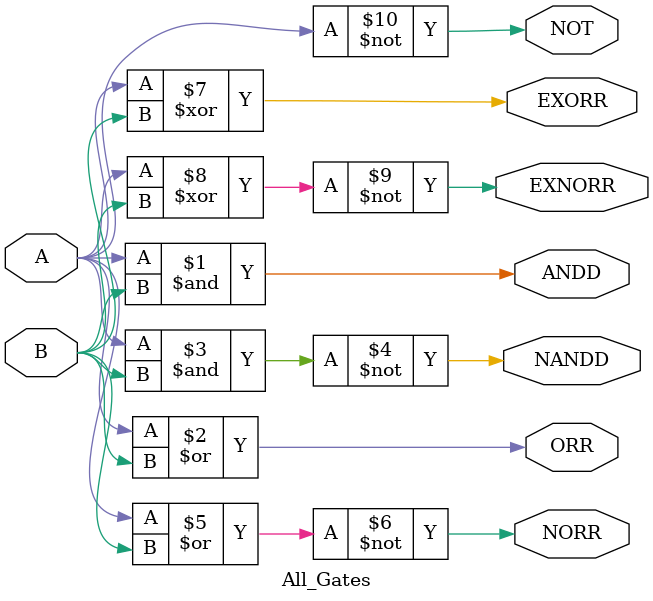
<source format=v>
`timescale 1ns / 1ps


module All_Gates(
input A,B,
output ANDD,ORR,NANDD,NORR,EXORR,EXNORR,NOT
    );
    assign ANDD = A & B;
    assign ORR = A | B;
    assign NANDD = ~(A & B);
    assign NORR = ~(A | B);
    assign EXORR = A ^ B;
    assign EXNORR = ~(A ^ B);
    assign NOT =  ~A;
    
endmodule

</source>
